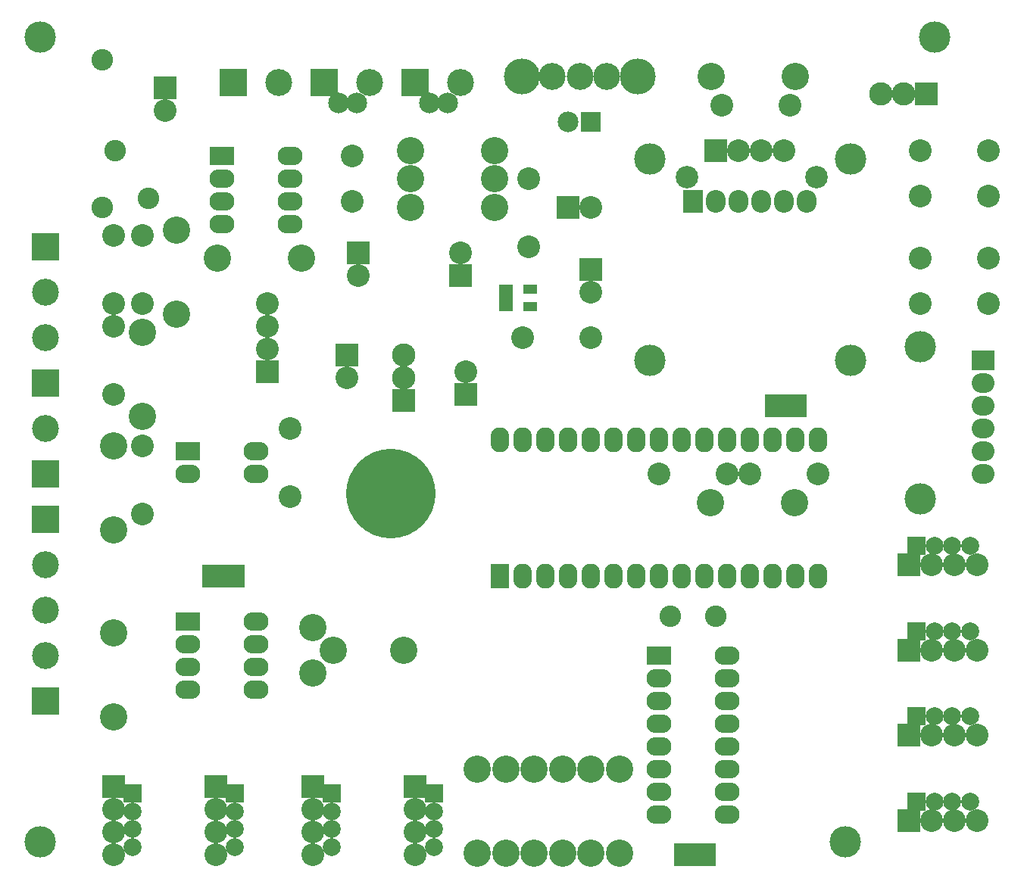
<source format=gts>
G04 #@! TF.FileFunction,Soldermask,Top*
%FSLAX46Y46*%
G04 Gerber Fmt 4.6, Leading zero omitted, Abs format (unit mm)*
G04 Created by KiCad (PCBNEW 4.0.4-stable) date 04/20/17 11:48:58*
%MOMM*%
%LPD*%
G01*
G04 APERTURE LIST*
%ADD10C,0.150000*%
%ADD11C,3.508000*%
%ADD12C,2.413000*%
%ADD13R,2.540000X2.540000*%
%ADD14C,2.540000*%
%ADD15C,3.048000*%
%ADD16R,2.082800X2.794000*%
%ADD17O,2.082800X2.794000*%
%ADD18R,3.007360X3.007360*%
%ADD19C,3.007360*%
%ADD20C,2.308000*%
%ADD21R,2.008000X2.008000*%
%ADD22C,2.008000*%
%ADD23R,2.308860X2.308860*%
%ADD24C,2.308860*%
%ADD25C,4.008120*%
%ADD26R,2.794000X2.082800*%
%ADD27O,2.794000X2.082800*%
%ADD28R,1.508000X1.058000*%
%ADD29R,2.540000X2.235200*%
%ADD30O,2.540000X2.235200*%
%ADD31R,2.235200X2.540000*%
%ADD32O,2.235200X2.540000*%
%ADD33C,2.508000*%
%ADD34C,2.608580*%
%ADD35R,2.608580X2.608580*%
%ADD36C,10.010000*%
G04 APERTURE END LIST*
D10*
D11*
X107620000Y-3810000D03*
X97620000Y-93810000D03*
X7620000Y-93810000D03*
X7620000Y-3810000D03*
D12*
X83185000Y-68580000D03*
X78105000Y-68580000D03*
D13*
X21590000Y-9525000D03*
D14*
X21590000Y-12065000D03*
D13*
X54610000Y-30480000D03*
D14*
X54610000Y-27940000D03*
D13*
X41910000Y-39370000D03*
D14*
X41910000Y-41910000D03*
D13*
X43180000Y-27940000D03*
D14*
X43180000Y-30480000D03*
D13*
X55245000Y-43815000D03*
D14*
X55245000Y-41275000D03*
D13*
X69215000Y-29845000D03*
D14*
X69215000Y-32385000D03*
D15*
X22860000Y-25400000D03*
X22860000Y-34798000D03*
X19050000Y-36830000D03*
X19050000Y-46228000D03*
X82550000Y-55880000D03*
X91948000Y-55880000D03*
X56515000Y-85725000D03*
X56515000Y-95123000D03*
X62865000Y-85725000D03*
X62865000Y-95123000D03*
X69215000Y-85725000D03*
X69215000Y-95123000D03*
X59690000Y-85725000D03*
X59690000Y-95123000D03*
X66040000Y-85725000D03*
X66040000Y-95123000D03*
X72390000Y-85725000D03*
X72390000Y-95123000D03*
X36830000Y-28575000D03*
X27432000Y-28575000D03*
X58420000Y-16510000D03*
X49022000Y-16510000D03*
X58420000Y-19685000D03*
X49022000Y-19685000D03*
D14*
X69215000Y-22860000D03*
D13*
X66675000Y-22860000D03*
D15*
X92075000Y-8255000D03*
X82677000Y-8255000D03*
X15875000Y-49530000D03*
X15875000Y-58928000D03*
X15875000Y-70485000D03*
X15875000Y-79883000D03*
D14*
X33020000Y-33655000D03*
X33020000Y-36195000D03*
X33020000Y-38735000D03*
D13*
X33020000Y-41275000D03*
D15*
X58420000Y-22860000D03*
X49022000Y-22860000D03*
D13*
X83185000Y-16510000D03*
D14*
X85725000Y-16510000D03*
X88265000Y-16510000D03*
X90805000Y-16510000D03*
D11*
X98245000Y-17490000D03*
X98245000Y-39990000D03*
X75745000Y-39990000D03*
X75745000Y-17490000D03*
D12*
X14605000Y-6350000D03*
X16005000Y-16550000D03*
X14605000Y-22860000D03*
X19705000Y-21860000D03*
D16*
X59055000Y-64135000D03*
D17*
X61595000Y-64135000D03*
X64135000Y-64135000D03*
X66675000Y-64135000D03*
X69215000Y-64135000D03*
X71755000Y-64135000D03*
X74295000Y-64135000D03*
X76835000Y-64135000D03*
X79375000Y-64135000D03*
X81915000Y-64135000D03*
X84455000Y-64135000D03*
X86995000Y-64135000D03*
X89535000Y-64135000D03*
X92075000Y-64135000D03*
X94615000Y-64135000D03*
X94615000Y-48895000D03*
X92075000Y-48895000D03*
X89535000Y-48895000D03*
X86995000Y-48895000D03*
X84455000Y-48895000D03*
X81915000Y-48895000D03*
X79375000Y-48895000D03*
X76835000Y-48895000D03*
X74295000Y-48895000D03*
X71755000Y-48895000D03*
X69215000Y-48895000D03*
X66675000Y-48895000D03*
X64135000Y-48895000D03*
X61595000Y-48895000D03*
X59055000Y-48895000D03*
D14*
X42545000Y-22225000D03*
X42545000Y-17145000D03*
D18*
X29210000Y-8890000D03*
D19*
X34290000Y-8890000D03*
D18*
X49530000Y-8890000D03*
D19*
X54610000Y-8890000D03*
D20*
X51181000Y-11176000D03*
X53213000Y-11176000D03*
D18*
X39370000Y-8890000D03*
D19*
X44450000Y-8890000D03*
D20*
X41021000Y-11176000D03*
X43053000Y-11176000D03*
D13*
X15875000Y-87630000D03*
D14*
X15875000Y-90170000D03*
X15875000Y-92710000D03*
X15875000Y-95250000D03*
D21*
X17986000Y-88440000D03*
D22*
X17986000Y-90440000D03*
X17986000Y-92440000D03*
X17986000Y-94440000D03*
D13*
X27305000Y-87630000D03*
D14*
X27305000Y-90170000D03*
X27305000Y-92710000D03*
X27305000Y-95250000D03*
D21*
X29416000Y-88440000D03*
D22*
X29416000Y-90440000D03*
X29416000Y-92440000D03*
X29416000Y-94440000D03*
D13*
X104775000Y-72390000D03*
D14*
X107315000Y-72390000D03*
X109855000Y-72390000D03*
X112395000Y-72390000D03*
D21*
X105585000Y-70279000D03*
D22*
X107585000Y-70279000D03*
X109585000Y-70279000D03*
X111585000Y-70279000D03*
D13*
X104775000Y-62865000D03*
D14*
X107315000Y-62865000D03*
X109855000Y-62865000D03*
X112395000Y-62865000D03*
D21*
X105585000Y-60754000D03*
D22*
X107585000Y-60754000D03*
X109585000Y-60754000D03*
X111585000Y-60754000D03*
D18*
X8255000Y-27305000D03*
D19*
X8255000Y-32385000D03*
D13*
X92075000Y-45085000D03*
X89916000Y-45085000D03*
D18*
X8255000Y-42545000D03*
D19*
X8255000Y-37465000D03*
D13*
X104775000Y-81915000D03*
D14*
X107315000Y-81915000D03*
X109855000Y-81915000D03*
X112395000Y-81915000D03*
D21*
X105585000Y-79804000D03*
D22*
X107585000Y-79804000D03*
X109585000Y-79804000D03*
X111585000Y-79804000D03*
D13*
X104775000Y-91440000D03*
D14*
X107315000Y-91440000D03*
X109855000Y-91440000D03*
X112395000Y-91440000D03*
D21*
X105585000Y-89329000D03*
D22*
X107585000Y-89329000D03*
X109585000Y-89329000D03*
X111585000Y-89329000D03*
D13*
X49530000Y-87630000D03*
D14*
X49530000Y-90170000D03*
X49530000Y-92710000D03*
X49530000Y-95250000D03*
D21*
X51641000Y-88440000D03*
D22*
X51641000Y-90440000D03*
X51641000Y-92440000D03*
X51641000Y-94440000D03*
D18*
X8255000Y-52705000D03*
D19*
X8255000Y-47625000D03*
D18*
X8255000Y-57785000D03*
D19*
X8255000Y-62865000D03*
D13*
X38100000Y-87630000D03*
D14*
X38100000Y-90170000D03*
X38100000Y-92710000D03*
X38100000Y-95250000D03*
D21*
X40211000Y-88440000D03*
D22*
X40211000Y-90440000D03*
X40211000Y-92440000D03*
X40211000Y-94440000D03*
D13*
X81915000Y-95250000D03*
X79756000Y-95250000D03*
X29210000Y-64135000D03*
X27051000Y-64135000D03*
D14*
X15875000Y-26035000D03*
X15875000Y-33655000D03*
X19050000Y-26035000D03*
X19050000Y-33655000D03*
X76835000Y-52705000D03*
X84455000Y-52705000D03*
X86995000Y-52705000D03*
X94615000Y-52705000D03*
X15875000Y-43815000D03*
X15875000Y-36195000D03*
X62230000Y-19685000D03*
X62230000Y-27305000D03*
X61595000Y-37465000D03*
X69215000Y-37465000D03*
X83820000Y-11430000D03*
X91440000Y-11430000D03*
X19050000Y-49530000D03*
X19050000Y-57150000D03*
X35560000Y-47625000D03*
X35560000Y-55245000D03*
D15*
X38100000Y-69850000D03*
X48260000Y-72390000D03*
X38100000Y-74930000D03*
X40386000Y-72390000D03*
D23*
X69215000Y-13335000D03*
D24*
X66675000Y-13335000D03*
D14*
X113665000Y-16510000D03*
X113665000Y-21590000D03*
X106045000Y-16510000D03*
X106045000Y-21590000D03*
D19*
X67952620Y-8229600D03*
X64871600Y-8229600D03*
X70952360Y-8229600D03*
D25*
X61452760Y-8229600D03*
X74452480Y-8229600D03*
D14*
X113665000Y-28575000D03*
X113665000Y-33655000D03*
X106045000Y-28575000D03*
X106045000Y-33655000D03*
D26*
X76835000Y-73025000D03*
D27*
X76835000Y-75565000D03*
X76835000Y-78105000D03*
X76835000Y-80645000D03*
X76835000Y-83185000D03*
X76835000Y-85725000D03*
X76835000Y-88265000D03*
X76835000Y-90805000D03*
X84455000Y-90805000D03*
X84455000Y-88265000D03*
X84455000Y-85725000D03*
X84455000Y-83185000D03*
X84455000Y-80645000D03*
X84455000Y-78105000D03*
X84455000Y-75565000D03*
X84455000Y-73025000D03*
D26*
X27940000Y-17145000D03*
D27*
X27940000Y-19685000D03*
X27940000Y-22225000D03*
X27940000Y-24765000D03*
X35560000Y-24765000D03*
X35560000Y-22225000D03*
X35560000Y-19685000D03*
X35560000Y-17145000D03*
D28*
X62390000Y-32070000D03*
X62390000Y-33970000D03*
X59690000Y-32070000D03*
X59690000Y-33020000D03*
X59690000Y-33970000D03*
D26*
X24130000Y-69215000D03*
D27*
X24130000Y-71755000D03*
X24130000Y-74295000D03*
X24130000Y-76835000D03*
X31750000Y-76835000D03*
X31750000Y-74295000D03*
X31750000Y-71755000D03*
X31750000Y-69215000D03*
D19*
X8255000Y-67945000D03*
D18*
X8255000Y-78105000D03*
D19*
X8255000Y-73025000D03*
D26*
X24130000Y-50165000D03*
D27*
X24130000Y-52705000D03*
X31750000Y-52705000D03*
X31750000Y-50165000D03*
D29*
X113030000Y-40005000D03*
D30*
X113030000Y-42545000D03*
X113030000Y-45085000D03*
X113030000Y-47625000D03*
X113030000Y-50165000D03*
X113030000Y-52705000D03*
D11*
X106030000Y-38505000D03*
X106030000Y-55505000D03*
D31*
X80645000Y-22225000D03*
D32*
X83185000Y-22225000D03*
X85725000Y-22225000D03*
X88265000Y-22225000D03*
X90805000Y-22225000D03*
X93345000Y-22225000D03*
D33*
X79895000Y-19475000D03*
X94395000Y-19475000D03*
D34*
X48260000Y-41910000D03*
X48260000Y-39370000D03*
D35*
X48260000Y-44450000D03*
D34*
X101600000Y-10160000D03*
X104140000Y-10160000D03*
D35*
X106680000Y-10160000D03*
D36*
X46863000Y-54864000D03*
M02*

</source>
